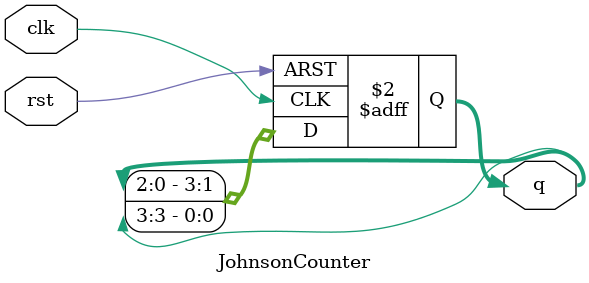
<source format=v>
`timescale 1ns / 1ps



module JohnsonCounter (
  input wire clk,
  input wire rst,
  output reg [3:0] q
);

  always @(posedge clk or posedge rst) begin
    if (rst) begin
      q <= 4'b0001;  // Initialize to 0001 on reset
    end else begin
      q <= {q[2:0], q[3]};  // Shift right
    end
  end

endmodule


</source>
